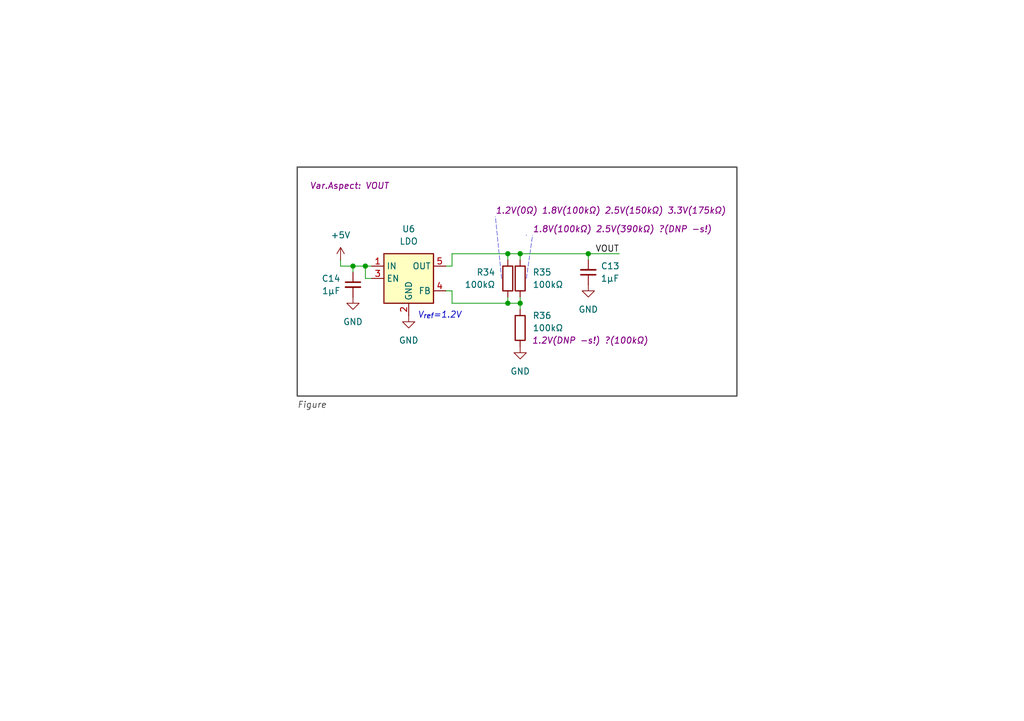
<source format=kicad_sch>
(kicad_sch (version 20231120) (generator "eeschema") (generator_version "8.0")
  (paper "A5")
  (title_block (title "KiVar Demo") (date "2025-04-22") (rev "0.5.0") (company "Author: Mark Hämmerling <dev@markh.de>") (comment 1 "https://kivar.markh.de") (comment 4 "LDO Output Voltage Selection"))
  (lib_symbols
    (symbol "Device:C_Small" (pin_numbers hide) (pin_names (offset 0.254) hide)
      (property "Reference" "C" (at 0.254 1.778 0))
      (property "Value" "C_Small" (at 0.254 -2.032 0))
      (symbol "C_Small_0_1"
        (polyline (pts (xy -1.524 -0.508) (xy 1.524 -0.508)) (stroke (width 0.3302)))
        (polyline (pts (xy -1.524 0.508) (xy 1.524 0.508)) (stroke (width 0.3048)))
      )
      (symbol "C_Small_1_1"
        (pin passive line (at 0 2.54 270) (length 2.032) (name "~") (number "1"))
        (pin passive line (at 0 -2.54 90) (length 2.032) (name "~") (number "2"))
      )
    )
    (symbol "Device:R" (pin_numbers hide) (pin_names (offset 0))
      (property "Reference" "R" (at 2.032 0 90))
      (property "Value" "R" (at 0 0 90))
      (symbol "R_0_1"
        (rectangle (start -1.016 -2.54) (end 1.016 2.54) (stroke (width 0.254)))
      )
      (symbol "R_1_1"
        (pin passive line (at 0 3.81 270) (length 1.27) (name "~") (number "1"))
        (pin passive line (at 0 -3.81 90) (length 1.27) (name "~") (number "2"))
      )
    )
    (symbol "GND_1" (power) (pin_numbers hide) (pin_names (offset 0) hide)
      (property "Value" "GND" (at 0 -3.81 0))
      (symbol "GND_1_0_1"
        (polyline (pts (xy 0 0) (xy 0 -1.27) (xy 1.27 -1.27) (xy 0 -2.54) (xy -1.27 -1.27) (xy 0 -1.27)))
      )
      (symbol "GND_1_1_1"
        (pin power_in line (at 0 0 270) (length 0) (name "~") (number "1"))
      )
    )
    (symbol "Regulator_Linear:TLV75801PDBV"
      (property "Reference" "U" (at -3.81 6.35 0))
      (property "Value" "TLV75801PDBV" (at 0 6.35 0))
      (symbol "TLV75801PDBV_0_1"
        (rectangle (start 5.08 -5.08) (end -5.08 5.08) (stroke (width 0.254)) (fill (type background)))
      )
      (symbol "TLV75801PDBV_1_1"
        (pin power_in line (at -7.62 2.54 0) (length 2.54) (name "IN") (number "1"))
        (pin power_in line (at 0 -7.62 90) (length 2.54) (name "GND") (number "2"))
        (pin input line (at -7.62 0 0) (length 2.54) (name "EN") (number "3"))
        (pin input line (at 7.62 -2.54 180) (length 2.54) (name "FB") (number "4"))
        (pin power_out line (at 7.62 2.54 180) (length 2.54) (name "OUT") (number "5"))
      )
    )
    (symbol "power:+5V" (power) (pin_numbers hide) (pin_names (offset 0) hide)
      (property "Value" "+5V" (at 0 3.556 0))
      (symbol "+5V_0_1"
        (polyline (pts (xy -0.762 1.27) (xy 0 2.54)))
        (polyline (pts (xy 0 0) (xy 0 2.54)))
        (polyline (pts (xy 0 2.54) (xy 0.762 1.27)))
      )
      (symbol "+5V_1_1"
        (pin power_in line (at 0 0 90) (length 0) (name "~") (number "1"))
      )
    )
  )
  (junction (at 106.68 62.23))
  (junction (at 120.65 52.07))
  (junction (at 72.39 54.61))
  (junction (at 106.68 52.07))
  (junction (at 74.93 54.61))
  (junction (at 104.14 62.23))
  (junction (at 104.14 52.07))
  (wire (pts (xy 74.93 54.61) (xy 74.93 57.15)))
  (polyline (pts (xy 107.95 48.26) (xy 107.95 48.26)))
  (wire (pts (xy 72.39 54.61) (xy 69.85 54.61)))
  (wire (pts (xy 104.14 52.07) (xy 104.14 53.34)))
  (wire (pts (xy 104.14 52.07) (xy 106.68 52.07)))
  (wire (pts (xy 92.71 52.07) (xy 104.14 52.07)))
  (wire (pts (xy 92.71 62.23) (xy 104.14 62.23)))
  (wire (pts (xy 72.39 54.61) (xy 72.39 55.88)))
  (wire (pts (xy 104.14 62.23) (xy 106.68 62.23)))
  (polyline (pts (xy 102.87 57.15) (xy 101.6 44.45)) (stroke (width 0.08) (type dash)))
  (wire (pts (xy 106.68 52.07) (xy 120.65 52.07)))
  (wire (pts (xy 76.2 57.15) (xy 74.93 57.15)))
  (wire (pts (xy 120.65 53.34) (xy 120.65 52.07)))
  (wire (pts (xy 76.2 54.61) (xy 74.93 54.61)))
  (wire (pts (xy 106.68 62.23) (xy 106.68 63.5)))
  (wire (pts (xy 74.93 54.61) (xy 72.39 54.61)))
  (wire (pts (xy 69.85 53.34) (xy 69.85 54.61)))
  (wire (pts (xy 92.71 59.69) (xy 92.71 62.23)))
  (polyline (pts (xy 107.95 57.15) (xy 109.22 48.26)) (stroke (width 0.08) (type dash)))
  (wire (pts (xy 92.71 54.61) (xy 92.71 52.07)))
  (wire (pts (xy 91.44 54.61) (xy 92.71 54.61)))
  (wire (pts (xy 106.68 60.96) (xy 106.68 62.23)))
  (wire (pts (xy 91.44 59.69) (xy 92.71 59.69)))
  (wire (pts (xy 106.68 52.07) (xy 106.68 53.34)))
  (wire (pts (xy 120.65 52.07) (xy 127 52.07)))
  (wire (pts (xy 104.14 60.96) (xy 104.14 62.23)))
  (rectangle (start 60.96 34.29) (end 151.13 81.28) (stroke (width 0.254) (color 72 72 72 1)))
  (text "V_{ref}=1.2V" (at 90.17 64.77 0) (effects (font (size 1.27 1.27) (italic yes))))
  (text "Figure" (at 60.96 82.55 0) (effects (font (size 1.27 1.27) (italic yes)) (justify left top)))
  (label "VOUT" (at 127 52.07 180))
  (symbol (lib_name "GND_1") (lib_id "power:GND") (at 83.82 64.77 0) (unit 1)
    (property "Reference" "#PWR032" (effects (hide yes)))
    (property "Value" "GND" (at 83.82 69.85 0))
    (property "Description" "Power symbol creates a global label with name \"GND\" , ground" (effects (hide yes)))
  )
  (symbol (lib_id "Device:C_Small") (at 72.39 58.42 0) (unit 1)
    (property "Reference" "C14" (at 69.85 57.1562 0) (effects (justify right)))
    (property "Value" "1µF" (at 69.85 59.6962 0) (effects (justify right)))
    (property "Footprint" "Capacitor_SMD:C_0603_1608Metric" (effects (hide yes)))
    (property "Description" "Unpolarized capacitor, small symbol" (effects (hide yes)))
  )
  (symbol (lib_id "Device:R") (at 106.68 57.15 0) (unit 1)
    (property "Reference" "R35" (at 109.22 55.8799 0) (effects (justify left)))
    (property "Value" "100kΩ" (at 109.22 58.4199 0) (effects (justify left)))
    (property "Footprint" "Resistor_SMD:R_0402_1005Metric_Pad0.72x0.64mm_HandSolder" (effects (hide yes)))
    (property "Description" "Resistor" (effects (hide yes)))
    (property "Var" "1.8V(100kΩ) 2.5V(390kΩ) ?(DNP -s!)" (at 109.22 46.99 0) (effects (font (italic yes)) (justify left)))
    (property "Var.Aspect" "VOUT" (effects (hide yes)))
  )
  (symbol (lib_id "Device:C_Small") (at 120.65 55.88 180) (unit 1)
    (property "Reference" "C13" (at 123.19 54.6035 0) (effects (justify right)))
    (property "Value" "1µF" (at 123.19 57.1435 0) (effects (justify right)))
    (property "Footprint" "Capacitor_SMD:C_0603_1608Metric" (effects (hide yes)))
    (property "Description" "Unpolarized capacitor, small symbol" (effects (hide yes)))
  )
  (symbol (lib_id "power:+5V") (at 69.85 53.34 0) (unit 1)
    (property "Reference" "#PWR020" (effects (hide yes)))
    (property "Value" "+5V" (at 69.85 48.26 0))
    (property "Description" "Power symbol creates a global label with name \"+5V\"" (effects (hide yes)))
  )
  (symbol (lib_id "Device:R") (at 106.68 67.31 180) (unit 1)
    (property "Reference" "R36" (at 109.22 64.7699 0) (effects (justify right)))
    (property "Value" "100kΩ" (at 109.22 67.3099 0) (effects (justify right)))
    (property "Footprint" "Resistor_SMD:R_0402_1005Metric_Pad0.72x0.64mm_HandSolder" (effects (hide yes)))
    (property "Description" "Resistor" (effects (hide yes)))
    (property "Var" "1.2V(DNP -s!) ?(100kΩ)" (at 109.22 69.8499 0) (effects (font (italic yes)) (justify right)))
    (property "Var.Aspect" "VOUT" (effects (hide yes)))
  )
  (symbol (lib_id "Device:R") (at 104.14 57.15 0) (unit 1)
    (property "Reference" "R34" (at 101.6 55.8799 0) (effects (justify right)))
    (property "Value" "100kΩ" (at 101.6 58.4199 0) (effects (justify right)))
    (property "Footprint" "Resistor_SMD:R_0402_1005Metric_Pad0.72x0.64mm_HandSolder" (effects (hide yes)))
    (property "Description" "Resistor" (effects (hide yes)))
    (property "Var" "1.2V(0Ω) 1.8V(100kΩ) 2.5V(150kΩ) 3.3V(175kΩ)" (at 101.6 43.18 0) (effects (font (italic yes)) (justify left)))
    (property "Var.Aspect" "VOUT" (at 63.5 38.1 0) (show_name yes) (effects (font (italic yes)) (justify left)))
    (property "VarID" "18" (effects (hide yes)))
    (property "VarID.Var" "1.2V(12) 1.8V(18) 2.5V(25) 3.3V(33)" (effects (hide yes)))
  )
  (symbol (lib_name "GND_1") (lib_id "power:GND") (at 72.39 60.96 0) (unit 1)
    (property "Reference" "#PWR031" (effects (hide yes)))
    (property "Value" "GND" (at 72.39 66.04 0))
    (property "Description" "Power symbol creates a global label with name \"GND\" , ground" (effects (hide yes)))
  )
  (symbol (lib_id "Regulator_Linear:TLV75801PDBV") (at 83.82 57.15 0) (unit 1)
    (property "Reference" "U6" (at 83.82 46.99 0))
    (property "Value" "LDO" (at 83.82 49.53 0))
    (property "Footprint" "Package_TO_SOT_SMD:SOT-23-5" (effects (hide yes)))
    (property "Datasheet" "https://www.ti.com/lit/ds/symlink/tlv758p.pdf" (effects (hide yes)))
    (property "Description" "500mA Low-Dropout Linear Regulator, Adjustable Output, SOT-23-5" (effects (hide yes)))
  )
  (symbol (lib_name "GND_1") (lib_id "power:GND") (at 120.65 58.42 0) (unit 1)
    (property "Reference" "#PWR024" (effects (hide yes)))
    (property "Value" "GND" (at 120.65 63.5 0))
    (property "Description" "Power symbol creates a global label with name \"GND\" , ground" (effects (hide yes)))
  )
  (symbol (lib_name "GND_1") (lib_id "power:GND") (at 106.68 71.12 0) (unit 1)
    (property "Reference" "#PWR042" (effects (hide yes)))
    (property "Value" "GND" (at 106.68 76.2 0))
    (property "Description" "Power symbol creates a global label with name \"GND\" , ground" (effects (hide yes)))
  )
)
</source>
